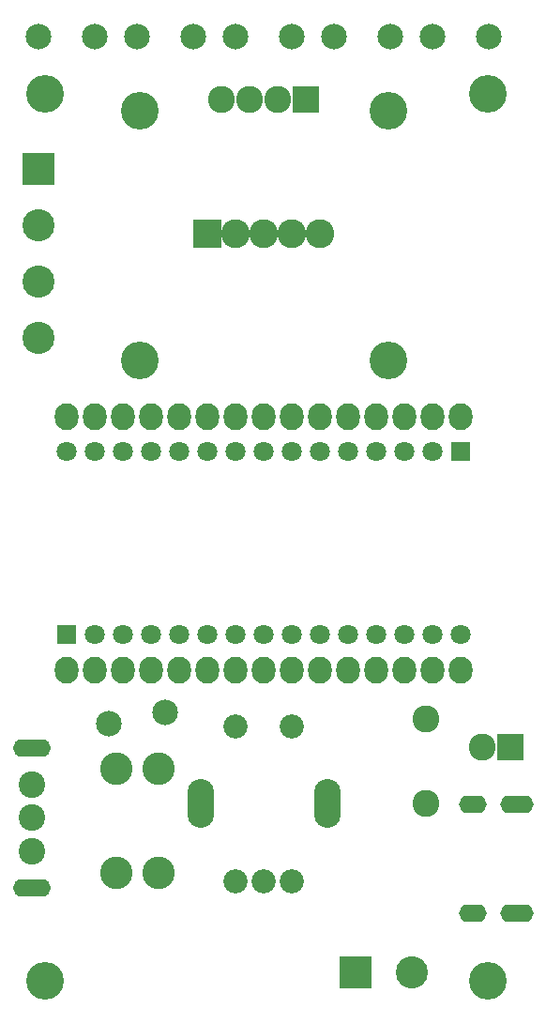
<source format=gbr>
G04 #@! TF.FileFunction,Soldermask,Bot*
%FSLAX46Y46*%
G04 Gerber Fmt 4.6, Leading zero omitted, Abs format (unit mm)*
G04 Created by KiCad (PCBNEW 4.0.4-stable) date 09/06/17 13:59:15*
%MOMM*%
%LPD*%
G01*
G04 APERTURE LIST*
%ADD10C,0.500000*%
%ADD11R,2.432000X2.432000*%
%ADD12C,2.432000*%
%ADD13C,3.400000*%
%ADD14C,2.305000*%
%ADD15O,2.127200X2.432000*%
%ADD16C,2.940000*%
%ADD17C,2.400000*%
%ADD18O,3.400000X1.600000*%
%ADD19O,2.500000X1.600000*%
%ADD20O,3.000000X1.600000*%
%ADD21R,2.500580X2.500580*%
%ADD22C,2.599640*%
%ADD23R,2.899360X2.899360*%
%ADD24C,2.899360*%
%ADD25C,1.797000*%
%ADD26R,1.797000X1.797000*%
%ADD27C,2.178000*%
%ADD28O,2.398980X4.400500*%
G04 APERTURE END LIST*
D10*
D11*
X28575000Y84455000D03*
D12*
X26035000Y84455000D03*
X23495000Y84455000D03*
X20955000Y84455000D03*
D13*
X36015000Y83475000D03*
X36015000Y60975000D03*
X13515000Y60975000D03*
X13515000Y83475000D03*
D14*
X15875000Y29210000D03*
X10775000Y28210000D03*
D12*
X39370000Y28575000D03*
X39370000Y20955000D03*
D15*
X6985000Y33020000D03*
X9525000Y33020000D03*
X12065000Y33020000D03*
X14605000Y33020000D03*
X17145000Y33020000D03*
X19685000Y33020000D03*
X22225000Y33020000D03*
X24765000Y33020000D03*
X27305000Y33020000D03*
X29845000Y33020000D03*
X32385000Y33020000D03*
X34925000Y33020000D03*
X37465000Y33020000D03*
X40005000Y33020000D03*
X42545000Y33020000D03*
X6985000Y55880000D03*
X37465000Y55880000D03*
X40005000Y55880000D03*
X34925000Y55880000D03*
X19685000Y55880000D03*
X17145000Y55880000D03*
X22225000Y55880000D03*
X42545000Y55880000D03*
X27305000Y55880000D03*
X24765000Y55880000D03*
X29845000Y55880000D03*
X32385000Y55880000D03*
X12065000Y55880000D03*
X14605000Y55880000D03*
X9525000Y55880000D03*
D16*
X15240000Y24130000D03*
X15240000Y14732000D03*
D17*
X3784600Y19692620D03*
X3810000Y16685000D03*
X3810000Y22685000D03*
D18*
X3810000Y13385000D03*
X3810000Y25985000D03*
D14*
X4445000Y90170000D03*
X9525000Y90170000D03*
X13335000Y90170000D03*
X18415000Y90170000D03*
X22225000Y90170000D03*
X27305000Y90170000D03*
X31115000Y90170000D03*
X36195000Y90170000D03*
X40005000Y90170000D03*
X45085000Y90170000D03*
D16*
X11430000Y24130000D03*
X11430000Y14732000D03*
D19*
X43580000Y11049000D03*
X43580000Y20949000D03*
D20*
X47580000Y11049000D03*
X47580000Y20949000D03*
D21*
X19685000Y72390000D03*
D22*
X22225000Y72390000D03*
X24765000Y72390000D03*
X27305000Y72390000D03*
X29845000Y72390000D03*
D23*
X4445000Y78232000D03*
D24*
X4445000Y73152000D03*
X4445000Y68072000D03*
X4445000Y62992000D03*
D25*
X42545000Y36195000D03*
X40005000Y36195000D03*
X37465000Y36195000D03*
X34925000Y36195000D03*
X32385000Y36195000D03*
D26*
X6985000Y36195000D03*
D25*
X9525000Y36195000D03*
X12065000Y36195000D03*
X14605000Y36195000D03*
X17145000Y36195000D03*
X19685000Y36195000D03*
X22225000Y36195000D03*
X24765000Y36195000D03*
X27305000Y36195000D03*
X29845000Y36195000D03*
X6985000Y52705000D03*
X9525000Y52705000D03*
X12065000Y52705000D03*
X14605000Y52705000D03*
X17145000Y52705000D03*
D26*
X42545000Y52705000D03*
D25*
X40005000Y52705000D03*
X37465000Y52705000D03*
X34925000Y52705000D03*
X32385000Y52705000D03*
X29845000Y52705000D03*
X27305000Y52705000D03*
X24765000Y52705000D03*
X22225000Y52705000D03*
X19685000Y52705000D03*
D13*
X45000000Y85000000D03*
X5000000Y85000000D03*
X5000000Y5000000D03*
X45000000Y5000000D03*
D23*
X33020000Y5715000D03*
D24*
X38100000Y5715000D03*
D27*
X22225000Y13970000D03*
X27305000Y13970000D03*
X24765000Y13970000D03*
X22225000Y27940000D03*
X27305000Y27940000D03*
D28*
X30480000Y20955000D03*
X19050000Y20955000D03*
D12*
X44450000Y26035000D03*
D11*
X46990000Y26035000D03*
M02*

</source>
